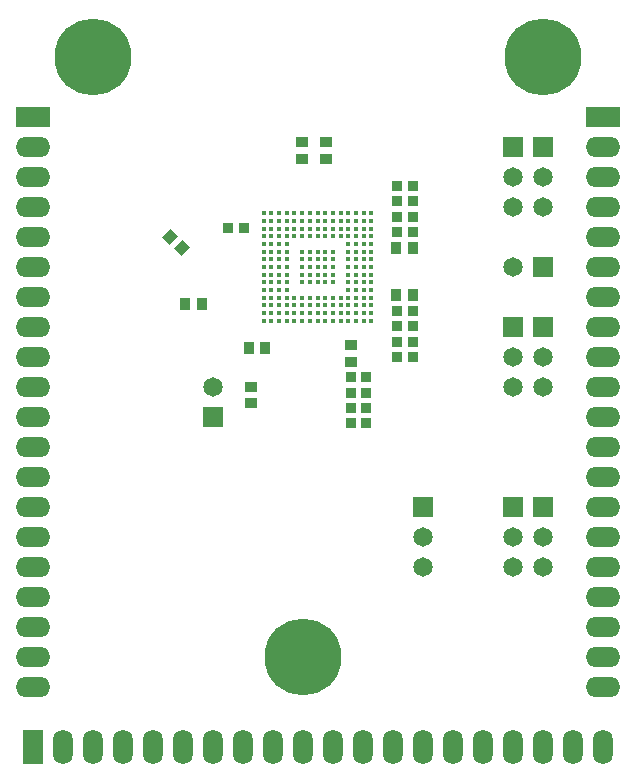
<source format=gts>
G04*
G04 #@! TF.GenerationSoftware,Altium Limited,Altium Designer,18.1.9 (240)*
G04*
G04 Layer_Color=8388736*
%FSLAX43Y43*%
%MOMM*%
G71*
G01*
G75*
%ADD21R,0.952X1.002*%
%ADD22R,0.902X0.952*%
G04:AMPARAMS|DCode=23|XSize=1.002mm|YSize=0.952mm|CornerRadius=0mm|HoleSize=0mm|Usage=FLASHONLY|Rotation=225.000|XOffset=0mm|YOffset=0mm|HoleType=Round|Shape=Rectangle|*
%AMROTATEDRECTD23*
4,1,4,0.018,0.691,0.691,0.018,-0.018,-0.691,-0.691,-0.018,0.018,0.691,0.0*
%
%ADD23ROTATEDRECTD23*%

%ADD24R,1.002X0.952*%
%ADD25C,0.452*%
%ADD26C,1.652*%
%ADD27R,1.652X1.652*%
%ADD28R,1.652X1.652*%
%ADD29C,6.502*%
%ADD30R,2.946X1.676*%
%ADD31O,2.946X1.676*%
%ADD32R,1.676X2.946*%
%ADD33O,1.676X2.946*%
D21*
X12950Y37525D02*
D03*
X14350D02*
D03*
X18300Y33775D02*
D03*
X19700D02*
D03*
X32200Y42250D02*
D03*
X30800D02*
D03*
X30800Y38250D02*
D03*
X32200D02*
D03*
D22*
X32175Y35600D02*
D03*
X30825D02*
D03*
X32175Y46200D02*
D03*
X30825D02*
D03*
X32175Y44900D02*
D03*
X30825D02*
D03*
X32175Y47500D02*
D03*
X30825D02*
D03*
X32175Y33000D02*
D03*
X30825D02*
D03*
X17875Y43900D02*
D03*
X16525D02*
D03*
X28275Y27400D02*
D03*
X26925D02*
D03*
X28275Y28700D02*
D03*
X26925D02*
D03*
X28275Y30000D02*
D03*
X26925D02*
D03*
X28275Y31300D02*
D03*
X26925D02*
D03*
X30825Y34300D02*
D03*
X32175D02*
D03*
X30825Y36900D02*
D03*
X32175D02*
D03*
X30825Y43600D02*
D03*
X32175D02*
D03*
D23*
X11630Y43195D02*
D03*
X12620Y42205D02*
D03*
D24*
X26950Y32600D02*
D03*
Y34000D02*
D03*
X24850Y49800D02*
D03*
Y51200D02*
D03*
X22850Y49800D02*
D03*
Y51200D02*
D03*
X18500Y30500D02*
D03*
Y29100D02*
D03*
D25*
X19580Y45190D02*
D03*
X20230D02*
D03*
X20880D02*
D03*
X21530D02*
D03*
X22180D02*
D03*
X22830D02*
D03*
X23480D02*
D03*
X24130D02*
D03*
X24780D02*
D03*
X25430D02*
D03*
X26080D02*
D03*
X26730D02*
D03*
X27380D02*
D03*
X28030D02*
D03*
X28680D02*
D03*
X19580Y44540D02*
D03*
X20230D02*
D03*
X20880D02*
D03*
X21530D02*
D03*
X22180D02*
D03*
X22830D02*
D03*
X23480D02*
D03*
X24130D02*
D03*
X24780D02*
D03*
X25430D02*
D03*
X26080D02*
D03*
X26730D02*
D03*
X27380D02*
D03*
X28030D02*
D03*
X28680D02*
D03*
X19580Y43890D02*
D03*
X20230D02*
D03*
X20880D02*
D03*
X21530D02*
D03*
X22180D02*
D03*
X22830D02*
D03*
X23480D02*
D03*
X24130D02*
D03*
X24780D02*
D03*
X25430D02*
D03*
X26080D02*
D03*
X26730D02*
D03*
X27380D02*
D03*
X28030D02*
D03*
X28680D02*
D03*
X19580Y43240D02*
D03*
X20230D02*
D03*
X20880D02*
D03*
X21530D02*
D03*
X22180D02*
D03*
X22830D02*
D03*
X23480D02*
D03*
X24130D02*
D03*
X24780D02*
D03*
X25430D02*
D03*
X26080D02*
D03*
X26730D02*
D03*
X27380D02*
D03*
X28030D02*
D03*
X28680D02*
D03*
X19580Y42590D02*
D03*
X20230D02*
D03*
X20880D02*
D03*
X21530D02*
D03*
X26730D02*
D03*
X27380D02*
D03*
X28030D02*
D03*
X28680D02*
D03*
X19580Y41940D02*
D03*
X20230D02*
D03*
X20880D02*
D03*
X21530D02*
D03*
X22830D02*
D03*
X23480D02*
D03*
X24130D02*
D03*
X24780D02*
D03*
X25430D02*
D03*
X26730D02*
D03*
X27380D02*
D03*
X28030D02*
D03*
X28680D02*
D03*
X19580Y41290D02*
D03*
X20230D02*
D03*
X20880D02*
D03*
X21530D02*
D03*
X22830D02*
D03*
X23480D02*
D03*
X24130D02*
D03*
X24780D02*
D03*
X25430D02*
D03*
X26730D02*
D03*
X27380D02*
D03*
X28030D02*
D03*
X28680D02*
D03*
X19580Y40640D02*
D03*
X20230D02*
D03*
X20880D02*
D03*
X21530D02*
D03*
X22830D02*
D03*
X23480D02*
D03*
X24130D02*
D03*
X24780D02*
D03*
X25430D02*
D03*
X26730D02*
D03*
X27380D02*
D03*
X28030D02*
D03*
X28680D02*
D03*
X19580Y39990D02*
D03*
X20230D02*
D03*
X20880D02*
D03*
X21530D02*
D03*
X22830D02*
D03*
X23480D02*
D03*
X24130D02*
D03*
X24780D02*
D03*
X25430D02*
D03*
X26730D02*
D03*
X27380D02*
D03*
X28030D02*
D03*
X28680D02*
D03*
X19580Y39340D02*
D03*
X20230D02*
D03*
X20880D02*
D03*
X21530D02*
D03*
X22830D02*
D03*
X23480D02*
D03*
X24130D02*
D03*
X24780D02*
D03*
X25430D02*
D03*
X26730D02*
D03*
X27380D02*
D03*
X28030D02*
D03*
X28680D02*
D03*
X19580Y38690D02*
D03*
X20230D02*
D03*
X20880D02*
D03*
X21530D02*
D03*
X26730D02*
D03*
X27380D02*
D03*
X28030D02*
D03*
X28680D02*
D03*
X19580Y38040D02*
D03*
X20230D02*
D03*
X20880D02*
D03*
X21530D02*
D03*
X22180D02*
D03*
X22830D02*
D03*
X23480D02*
D03*
X24130D02*
D03*
X24780D02*
D03*
X25430D02*
D03*
X26080D02*
D03*
X26730D02*
D03*
X27380D02*
D03*
X28030D02*
D03*
X28680D02*
D03*
X19580Y37390D02*
D03*
X20230D02*
D03*
X20880D02*
D03*
X21530D02*
D03*
X22180D02*
D03*
X22830D02*
D03*
X23480D02*
D03*
X24130D02*
D03*
X24780D02*
D03*
X25430D02*
D03*
X26080D02*
D03*
X26730D02*
D03*
X27380D02*
D03*
X28030D02*
D03*
X28680D02*
D03*
X19580Y36740D02*
D03*
X20230D02*
D03*
X20880D02*
D03*
X21530D02*
D03*
X22180D02*
D03*
X22830D02*
D03*
X23480D02*
D03*
X24130D02*
D03*
X24780D02*
D03*
X25430D02*
D03*
X26080D02*
D03*
X26730D02*
D03*
X27380D02*
D03*
X28030D02*
D03*
X28680D02*
D03*
X19580Y36090D02*
D03*
X20230D02*
D03*
X20880D02*
D03*
X21530D02*
D03*
X22180D02*
D03*
X22830D02*
D03*
X23480D02*
D03*
X24130D02*
D03*
X24780D02*
D03*
X25430D02*
D03*
X26080D02*
D03*
X26730D02*
D03*
X27380D02*
D03*
X28030D02*
D03*
X28680D02*
D03*
D26*
X40640Y40640D02*
D03*
Y33020D02*
D03*
Y30480D02*
D03*
X43180Y33020D02*
D03*
Y30480D02*
D03*
X15240D02*
D03*
X43180Y15240D02*
D03*
Y17780D02*
D03*
X40640Y15240D02*
D03*
Y17780D02*
D03*
X33020Y15240D02*
D03*
Y17780D02*
D03*
X43180Y45720D02*
D03*
Y48260D02*
D03*
X40640Y45720D02*
D03*
Y48260D02*
D03*
D27*
X43180Y40640D02*
D03*
D28*
X40640Y35560D02*
D03*
X43180D02*
D03*
X15240Y27940D02*
D03*
X43180Y20320D02*
D03*
X40640D02*
D03*
X33020D02*
D03*
X43180Y50800D02*
D03*
X40640D02*
D03*
D29*
X22860Y7620D02*
D03*
X5080Y58420D02*
D03*
X43180D02*
D03*
D30*
X0Y53340D02*
D03*
X48260D02*
D03*
D31*
X0Y50800D02*
D03*
Y48260D02*
D03*
Y45720D02*
D03*
Y43180D02*
D03*
Y40640D02*
D03*
Y38100D02*
D03*
Y35560D02*
D03*
Y33020D02*
D03*
Y30480D02*
D03*
Y27940D02*
D03*
Y25400D02*
D03*
Y22860D02*
D03*
Y20320D02*
D03*
Y17780D02*
D03*
Y15240D02*
D03*
Y12700D02*
D03*
Y10160D02*
D03*
Y7620D02*
D03*
Y5080D02*
D03*
X48260Y50800D02*
D03*
Y48260D02*
D03*
Y45720D02*
D03*
Y43180D02*
D03*
Y40640D02*
D03*
Y38100D02*
D03*
Y35560D02*
D03*
Y33020D02*
D03*
Y30480D02*
D03*
Y27940D02*
D03*
Y25400D02*
D03*
Y22860D02*
D03*
Y20320D02*
D03*
Y17780D02*
D03*
Y15240D02*
D03*
Y12700D02*
D03*
Y10160D02*
D03*
Y7620D02*
D03*
Y5080D02*
D03*
D32*
X0Y0D02*
D03*
D33*
X2540D02*
D03*
X5080D02*
D03*
X7620D02*
D03*
X10160D02*
D03*
X12700D02*
D03*
X15240D02*
D03*
X17780D02*
D03*
X20320D02*
D03*
X22860D02*
D03*
X25400D02*
D03*
X27940D02*
D03*
X30480D02*
D03*
X33020D02*
D03*
X35560D02*
D03*
X38100D02*
D03*
X40640D02*
D03*
X43180D02*
D03*
X45720D02*
D03*
X48260D02*
D03*
M02*

</source>
